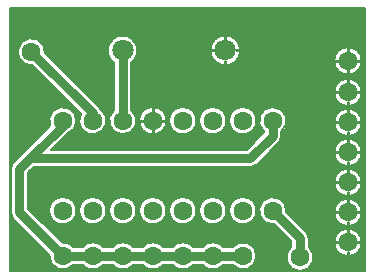
<source format=gbl>
G04 Layer: BottomLayer*
G04 EasyEDA Pro v2.2.39.2, 2025-06-16 16:20:03*
G04 Gerber Generator version 0.3*
G04 Scale: 100 percent, Rotated: No, Reflected: No*
G04 Dimensions in millimeters*
G04 Leading zeros omitted, absolute positions, 4 integers and 5 decimals*
G04 Generated by one-click*
%FSLAX45Y45*%
%MOMM*%
%ADD10C,0.2032*%
%ADD11C,0.254*%
%ADD12C,1.6*%
%ADD13C,1.8*%
%ADD14C,0.76*%
%ADD15C,0.6687*%
G75*


G04 Copper Start*
G36*
G01X2796286Y370586D02*
G01X2796286Y-1856486D01*
G01X-205486Y-1856486D01*
G01X-205486Y-1358900D01*
G01X-200814Y-1358900D01*
G01X-199396Y-1373300D01*
G01X-195195Y-1387147D01*
G01X-188374Y-1399909D01*
G01X-179194Y-1411094D01*
G01X126001Y-1716290D01*
G01X125928Y-1737313D01*
G01X129658Y-1758003D01*
G01X137065Y-1777678D01*
G01X147908Y-1795690D01*
G01X161828Y-1811444D01*
G01X178367Y-1824423D01*
G01X196980Y-1834198D01*
G01X217053Y-1840447D01*
G01X237925Y-1842965D01*
G01X258908Y-1841668D01*
G01X279312Y-1836598D01*
G01X298462Y-1827924D01*
G01X315729Y-1815931D01*
G01X330543Y-1801014D01*
G01X406057Y-1801014D01*
G01X420355Y-1815496D01*
G01X436968Y-1827251D01*
G01X455381Y-1835917D01*
G01X475028Y-1841226D01*
G01X495300Y-1843014D01*
G01X515572Y-1841226D01*
G01X535219Y-1835917D01*
G01X553632Y-1827251D01*
G01X570245Y-1815496D01*
G01X584543Y-1801014D01*
G01X660057Y-1801014D01*
G01X674355Y-1815496D01*
G01X690968Y-1827251D01*
G01X709381Y-1835917D01*
G01X729028Y-1841226D01*
G01X749300Y-1843014D01*
G01X769572Y-1841226D01*
G01X789219Y-1835917D01*
G01X807632Y-1827251D01*
G01X824245Y-1815496D01*
G01X838543Y-1801014D01*
G01X914057Y-1801014D01*
G01X928355Y-1815496D01*
G01X944968Y-1827251D01*
G01X963381Y-1835917D01*
G01X983028Y-1841226D01*
G01X1003300Y-1843014D01*
G01X1023572Y-1841226D01*
G01X1043219Y-1835917D01*
G01X1061632Y-1827251D01*
G01X1078245Y-1815496D01*
G01X1092543Y-1801014D01*
G01X1168057Y-1801014D01*
G01X1182355Y-1815496D01*
G01X1198968Y-1827251D01*
G01X1217381Y-1835917D01*
G01X1237028Y-1841226D01*
G01X1257300Y-1843014D01*
G01X1277572Y-1841226D01*
G01X1297219Y-1835917D01*
G01X1315632Y-1827251D01*
G01X1332245Y-1815496D01*
G01X1346543Y-1801014D01*
G01X1422057Y-1801014D01*
G01X1436355Y-1815496D01*
G01X1452968Y-1827251D01*
G01X1471381Y-1835917D01*
G01X1491028Y-1841226D01*
G01X1511300Y-1843014D01*
G01X1531572Y-1841226D01*
G01X1551219Y-1835917D01*
G01X1569632Y-1827251D01*
G01X1586245Y-1815496D01*
G01X1600543Y-1801014D01*
G01X1676057Y-1801014D01*
G01X1690275Y-1815428D01*
G01X1706786Y-1827145D01*
G01X1725085Y-1835808D01*
G01X1744613Y-1841151D01*
G01X1764773Y-1843013D01*
G01X1784949Y-1841335D01*
G01X1804525Y-1836169D01*
G01X1822903Y-1827673D01*
G01X1839519Y-1816107D01*
G01X1853868Y-1801823D01*
G01X1865510Y-1785259D01*
G01X1874089Y-1766921D01*
G01X1879344Y-1747369D01*
G01X1881114Y-1727200D01*
G01X1879344Y-1707031D01*
G01X1874089Y-1687479D01*
G01X1865510Y-1669141D01*
G01X1853868Y-1652577D01*
G01X1839519Y-1638293D01*
G01X1822903Y-1626727D01*
G01X1804525Y-1618231D01*
G01X1784949Y-1613065D01*
G01X1764773Y-1611387D01*
G01X1744613Y-1613249D01*
G01X1725085Y-1618592D01*
G01X1706786Y-1627255D01*
G01X1690275Y-1638972D01*
G01X1676057Y-1653386D01*
G01X1600543Y-1653386D01*
G01X1586245Y-1638904D01*
G01X1569632Y-1627149D01*
G01X1551219Y-1618483D01*
G01X1531572Y-1613174D01*
G01X1511300Y-1611386D01*
G01X1491028Y-1613174D01*
G01X1471381Y-1618483D01*
G01X1452968Y-1627149D01*
G01X1436355Y-1638904D01*
G01X1422057Y-1653386D01*
G01X1346543Y-1653386D01*
G01X1332245Y-1638904D01*
G01X1315632Y-1627149D01*
G01X1297219Y-1618483D01*
G01X1277572Y-1613174D01*
G01X1257300Y-1611386D01*
G01X1237028Y-1613174D01*
G01X1217381Y-1618483D01*
G01X1198968Y-1627149D01*
G01X1182355Y-1638904D01*
G01X1168057Y-1653386D01*
G01X1092543Y-1653386D01*
G01X1078245Y-1638904D01*
G01X1061632Y-1627149D01*
G01X1043219Y-1618483D01*
G01X1023572Y-1613174D01*
G01X1003300Y-1611386D01*
G01X983028Y-1613174D01*
G01X963381Y-1618483D01*
G01X944968Y-1627149D01*
G01X928355Y-1638904D01*
G01X914057Y-1653386D01*
G01X838543Y-1653386D01*
G01X824245Y-1638904D01*
G01X807632Y-1627149D01*
G01X789219Y-1618483D01*
G01X769572Y-1613174D01*
G01X749300Y-1611386D01*
G01X729028Y-1613174D01*
G01X709381Y-1618483D01*
G01X690968Y-1627149D01*
G01X674355Y-1638904D01*
G01X660057Y-1653386D01*
G01X584543Y-1653386D01*
G01X570245Y-1638904D01*
G01X553632Y-1627149D01*
G01X535219Y-1618483D01*
G01X515572Y-1613174D01*
G01X495300Y-1611386D01*
G01X475028Y-1613174D01*
G01X455381Y-1618483D01*
G01X436968Y-1627149D01*
G01X420355Y-1638904D01*
G01X406057Y-1653386D01*
G01X330543Y-1653386D01*
G01X317439Y-1639932D01*
G01X302332Y-1628773D01*
G01X285620Y-1620202D01*
G01X267743Y-1614445D01*
G01X249170Y-1611654D01*
G01X230390Y-1611901D01*
G01X-47658Y-1333853D01*
G01X124634Y-1333853D01*
G01X124634Y-1355225D01*
G01X128561Y-1376233D01*
G01X136282Y-1396162D01*
G01X147532Y-1414332D01*
G01X161931Y-1430126D01*
G01X178986Y-1443006D01*
G01X198117Y-1452532D01*
G01X218673Y-1458381D01*
G01X239954Y-1460353D01*
G01X239954Y-1460353D01*
G01X261235Y-1458381D01*
G01X281791Y-1452532D01*
G01X300922Y-1443006D01*
G01X317977Y-1430126D01*
G01X332375Y-1414332D01*
G01X343626Y-1396162D01*
G01X351347Y-1376233D01*
G01X355274Y-1355225D01*
G01X355274Y-1333853D01*
G01X355274Y-1333853D01*
G01X378634Y-1333853D01*
G01X378634Y-1355225D01*
G01X382561Y-1376233D01*
G01X390282Y-1396162D01*
G01X401532Y-1414332D01*
G01X415931Y-1430126D01*
G01X432986Y-1443006D01*
G01X452117Y-1452532D01*
G01X472673Y-1458381D01*
G01X493954Y-1460353D01*
G01X493954Y-1460353D01*
G01X515235Y-1458381D01*
G01X535791Y-1452532D01*
G01X554922Y-1443006D01*
G01X571977Y-1430126D01*
G01X586375Y-1414332D01*
G01X597626Y-1396162D01*
G01X605347Y-1376233D01*
G01X609274Y-1355225D01*
G01X609274Y-1333853D01*
G01X609274Y-1333853D01*
G01X632634Y-1333853D01*
G01X632634Y-1355225D01*
G01X636561Y-1376233D01*
G01X644282Y-1396162D01*
G01X655532Y-1414332D01*
G01X669931Y-1430126D01*
G01X686986Y-1443006D01*
G01X706117Y-1452532D01*
G01X726673Y-1458381D01*
G01X747954Y-1460353D01*
G01X747954Y-1460353D01*
G01X769235Y-1458381D01*
G01X789791Y-1452532D01*
G01X808922Y-1443006D01*
G01X825977Y-1430126D01*
G01X840375Y-1414332D01*
G01X851626Y-1396162D01*
G01X859347Y-1376233D01*
G01X863274Y-1355225D01*
G01X863274Y-1333853D01*
G01X863274Y-1333853D01*
G01X886634Y-1333853D01*
G01X886634Y-1355225D01*
G01X890561Y-1376233D01*
G01X898282Y-1396162D01*
G01X909532Y-1414332D01*
G01X923931Y-1430126D01*
G01X940986Y-1443006D01*
G01X960117Y-1452532D01*
G01X980673Y-1458381D01*
G01X1001954Y-1460353D01*
G01X1001954Y-1460353D01*
G01X1023235Y-1458381D01*
G01X1043791Y-1452532D01*
G01X1062922Y-1443006D01*
G01X1079977Y-1430126D01*
G01X1094375Y-1414332D01*
G01X1105626Y-1396162D01*
G01X1113347Y-1376233D01*
G01X1117274Y-1355225D01*
G01X1117274Y-1333853D01*
G01X1117274Y-1333853D01*
G01X1140634Y-1333853D01*
G01X1140634Y-1355225D01*
G01X1144561Y-1376233D01*
G01X1152282Y-1396162D01*
G01X1163532Y-1414332D01*
G01X1177931Y-1430126D01*
G01X1194986Y-1443006D01*
G01X1214117Y-1452532D01*
G01X1234673Y-1458381D01*
G01X1255954Y-1460353D01*
G01X1255954Y-1460353D01*
G01X1277235Y-1458381D01*
G01X1297791Y-1452532D01*
G01X1316922Y-1443006D01*
G01X1333977Y-1430126D01*
G01X1348375Y-1414332D01*
G01X1359626Y-1396162D01*
G01X1367347Y-1376233D01*
G01X1371274Y-1355225D01*
G01X1371274Y-1333853D01*
G01X1371274Y-1333853D01*
G01X1394634Y-1333853D01*
G01X1394634Y-1355225D01*
G01X1398561Y-1376233D01*
G01X1406282Y-1396162D01*
G01X1417532Y-1414332D01*
G01X1431931Y-1430126D01*
G01X1448986Y-1443006D01*
G01X1468117Y-1452532D01*
G01X1488673Y-1458381D01*
G01X1509954Y-1460353D01*
G01X1509954Y-1460353D01*
G01X1531235Y-1458381D01*
G01X1551791Y-1452532D01*
G01X1570922Y-1443006D01*
G01X1587977Y-1430126D01*
G01X1602375Y-1414332D01*
G01X1613626Y-1396162D01*
G01X1621347Y-1376233D01*
G01X1625274Y-1355225D01*
G01X1625274Y-1333853D01*
G01X1625274Y-1333853D01*
G01X1648634Y-1333853D01*
G01X1648634Y-1355225D01*
G01X1652561Y-1376233D01*
G01X1660282Y-1396162D01*
G01X1671532Y-1414332D01*
G01X1685931Y-1430126D01*
G01X1702986Y-1443006D01*
G01X1722117Y-1452532D01*
G01X1742673Y-1458381D01*
G01X1763954Y-1460353D01*
G01X1763954Y-1460353D01*
G01X1785235Y-1458381D01*
G01X1805791Y-1452532D01*
G01X1824922Y-1443006D01*
G01X1841977Y-1430126D01*
G01X1856375Y-1414332D01*
G01X1867626Y-1396162D01*
G01X1875347Y-1376233D01*
G01X1879274Y-1355225D01*
G01X1879274Y-1334678D01*
G01X1902560Y-1334678D01*
G01X1902607Y-1354924D01*
G01X1906178Y-1374853D01*
G01X1913165Y-1393855D01*
G01X1923354Y-1411350D01*
G01X1936434Y-1426803D01*
G01X1952006Y-1439743D01*
G01X1969593Y-1449772D01*
G01X1988658Y-1456586D01*
G01X2008618Y-1459976D01*
G01X2028864Y-1459838D01*
G01X2174086Y-1605060D01*
G01X2174086Y-1605060D01*
G01X2174086Y-1650657D01*
G01X2159672Y-1664875D01*
G01X2147955Y-1681386D01*
G01X2139292Y-1699685D01*
G01X2133949Y-1719213D01*
G01X2132087Y-1739373D01*
G01X2133765Y-1759549D01*
G01X2138931Y-1779125D01*
G01X2147427Y-1797503D01*
G01X2158993Y-1814119D01*
G01X2173277Y-1828468D01*
G01X2189841Y-1840110D01*
G01X2208179Y-1848689D01*
G01X2227731Y-1853944D01*
G01X2247900Y-1855714D01*
G01X2268069Y-1853944D01*
G01X2287621Y-1848689D01*
G01X2305959Y-1840110D01*
G01X2322523Y-1828468D01*
G01X2336807Y-1814119D01*
G01X2348373Y-1797503D01*
G01X2356869Y-1779125D01*
G01X2362035Y-1759549D01*
G01X2363713Y-1739373D01*
G01X2361851Y-1719213D01*
G01X2356508Y-1699685D01*
G01X2347845Y-1681386D01*
G01X2336128Y-1664875D01*
G01X2321714Y-1650657D01*
G01X2321714Y-1602214D01*
G01X2538980Y-1602214D01*
G01X2538980Y-1623586D01*
G01X2542907Y-1644594D01*
G01X2550628Y-1664523D01*
G01X2561878Y-1682694D01*
G01X2576277Y-1698488D01*
G01X2593332Y-1711367D01*
G01X2612463Y-1720893D01*
G01X2633019Y-1726742D01*
G01X2654300Y-1728714D01*
G01X2654300Y-1728714D01*
G01X2675581Y-1726742D01*
G01X2696137Y-1720893D01*
G01X2715268Y-1711367D01*
G01X2732323Y-1698488D01*
G01X2746722Y-1682694D01*
G01X2757972Y-1664523D01*
G01X2765693Y-1644594D01*
G01X2769620Y-1623586D01*
G01X2769620Y-1602214D01*
G01X2765693Y-1581206D01*
G01X2757972Y-1561277D01*
G01X2746722Y-1543106D01*
G01X2732323Y-1527312D01*
G01X2715268Y-1514433D01*
G01X2696137Y-1504907D01*
G01X2675581Y-1499058D01*
G01X2654300Y-1497086D01*
G01X2633019Y-1499058D01*
G01X2612463Y-1504907D01*
G01X2593332Y-1514433D01*
G01X2576277Y-1527312D01*
G01X2561878Y-1543106D01*
G01X2550628Y-1561277D01*
G01X2542907Y-1581206D01*
G01X2538980Y-1602214D01*
G01X2321714Y-1602214D01*
G01X2321714Y-1574485D01*
G01X2320296Y-1560085D01*
G01X2316095Y-1546238D01*
G01X2309274Y-1533476D01*
G01X2300094Y-1522291D01*
G01X2133253Y-1355449D01*
G01X2133302Y-1348214D01*
G01X2538980Y-1348214D01*
G01X2538980Y-1369586D01*
G01X2542907Y-1390594D01*
G01X2550628Y-1410523D01*
G01X2561878Y-1428694D01*
G01X2576277Y-1444488D01*
G01X2593332Y-1457367D01*
G01X2612463Y-1466893D01*
G01X2633019Y-1472742D01*
G01X2654300Y-1474714D01*
G01X2654300Y-1474714D01*
G01X2675581Y-1472742D01*
G01X2696137Y-1466893D01*
G01X2715268Y-1457367D01*
G01X2732323Y-1444488D01*
G01X2746722Y-1428694D01*
G01X2757972Y-1410523D01*
G01X2765693Y-1390594D01*
G01X2769620Y-1369586D01*
G01X2769620Y-1348214D01*
G01X2765693Y-1327206D01*
G01X2757972Y-1307277D01*
G01X2746722Y-1289106D01*
G01X2732323Y-1273312D01*
G01X2715268Y-1260433D01*
G01X2696137Y-1250907D01*
G01X2675581Y-1245058D01*
G01X2654300Y-1243086D01*
G01X2633019Y-1245058D01*
G01X2612463Y-1250907D01*
G01X2593332Y-1260433D01*
G01X2576277Y-1273312D01*
G01X2561878Y-1289106D01*
G01X2550628Y-1307277D01*
G01X2542907Y-1327206D01*
G01X2538980Y-1348214D01*
G01X2133302Y-1348214D01*
G01X2133391Y-1335203D01*
G01X2130001Y-1315243D01*
G01X2123187Y-1296178D01*
G01X2113157Y-1278591D01*
G01X2100218Y-1263019D01*
G01X2084765Y-1249939D01*
G01X2067270Y-1239750D01*
G01X2048268Y-1232763D01*
G01X2028339Y-1229192D01*
G01X2008093Y-1229146D01*
G01X1988149Y-1232626D01*
G01X1969115Y-1239526D01*
G01X1951574Y-1249636D01*
G01X1936061Y-1262646D01*
G01X1923051Y-1278159D01*
G01X1912941Y-1295700D01*
G01X1906041Y-1314734D01*
G01X1902560Y-1334678D01*
G01X1879274Y-1334678D01*
G01X1879274Y-1333853D01*
G01X1875347Y-1312845D01*
G01X1867626Y-1292916D01*
G01X1856375Y-1274745D01*
G01X1841977Y-1258951D01*
G01X1824922Y-1246072D01*
G01X1805791Y-1236546D01*
G01X1785235Y-1230697D01*
G01X1763954Y-1228725D01*
G01X1742673Y-1230697D01*
G01X1722117Y-1236546D01*
G01X1702986Y-1246072D01*
G01X1685931Y-1258951D01*
G01X1671532Y-1274745D01*
G01X1660282Y-1292916D01*
G01X1652561Y-1312845D01*
G01X1648634Y-1333853D01*
G01X1625274Y-1333853D01*
G01X1621347Y-1312845D01*
G01X1613626Y-1292916D01*
G01X1602375Y-1274745D01*
G01X1587977Y-1258951D01*
G01X1570922Y-1246072D01*
G01X1551791Y-1236546D01*
G01X1531235Y-1230697D01*
G01X1509954Y-1228725D01*
G01X1488673Y-1230697D01*
G01X1468117Y-1236546D01*
G01X1448986Y-1246072D01*
G01X1431931Y-1258951D01*
G01X1417532Y-1274745D01*
G01X1406282Y-1292916D01*
G01X1398561Y-1312845D01*
G01X1394634Y-1333853D01*
G01X1371274Y-1333853D01*
G01X1367347Y-1312845D01*
G01X1359626Y-1292916D01*
G01X1348375Y-1274745D01*
G01X1333977Y-1258951D01*
G01X1316922Y-1246072D01*
G01X1297791Y-1236546D01*
G01X1277235Y-1230697D01*
G01X1255954Y-1228725D01*
G01X1234673Y-1230697D01*
G01X1214117Y-1236546D01*
G01X1194986Y-1246072D01*
G01X1177931Y-1258951D01*
G01X1163532Y-1274745D01*
G01X1152282Y-1292916D01*
G01X1144561Y-1312845D01*
G01X1140634Y-1333853D01*
G01X1117274Y-1333853D01*
G01X1113347Y-1312845D01*
G01X1105626Y-1292916D01*
G01X1094375Y-1274745D01*
G01X1079977Y-1258951D01*
G01X1062922Y-1246072D01*
G01X1043791Y-1236546D01*
G01X1023235Y-1230697D01*
G01X1001954Y-1228725D01*
G01X980673Y-1230697D01*
G01X960117Y-1236546D01*
G01X940986Y-1246072D01*
G01X923931Y-1258951D01*
G01X909532Y-1274745D01*
G01X898282Y-1292916D01*
G01X890561Y-1312845D01*
G01X886634Y-1333853D01*
G01X863274Y-1333853D01*
G01X859347Y-1312845D01*
G01X851626Y-1292916D01*
G01X840375Y-1274745D01*
G01X825977Y-1258951D01*
G01X808922Y-1246072D01*
G01X789791Y-1236546D01*
G01X769235Y-1230697D01*
G01X747954Y-1228725D01*
G01X726673Y-1230697D01*
G01X706117Y-1236546D01*
G01X686986Y-1246072D01*
G01X669931Y-1258951D01*
G01X655532Y-1274745D01*
G01X644282Y-1292916D01*
G01X636561Y-1312845D01*
G01X632634Y-1333853D01*
G01X609274Y-1333853D01*
G01X605347Y-1312845D01*
G01X597626Y-1292916D01*
G01X586375Y-1274745D01*
G01X571977Y-1258951D01*
G01X554922Y-1246072D01*
G01X535791Y-1236546D01*
G01X515235Y-1230697D01*
G01X493954Y-1228725D01*
G01X472673Y-1230697D01*
G01X452117Y-1236546D01*
G01X432986Y-1246072D01*
G01X415931Y-1258951D01*
G01X401532Y-1274745D01*
G01X390282Y-1292916D01*
G01X382561Y-1312845D01*
G01X378634Y-1333853D01*
G01X355274Y-1333853D01*
G01X351347Y-1312845D01*
G01X343626Y-1292916D01*
G01X332375Y-1274745D01*
G01X317977Y-1258951D01*
G01X300922Y-1246072D01*
G01X281791Y-1236546D01*
G01X261235Y-1230697D01*
G01X239954Y-1228725D01*
G01X218673Y-1230697D01*
G01X198117Y-1236546D01*
G01X178986Y-1246072D01*
G01X161931Y-1258951D01*
G01X147532Y-1274745D01*
G01X136282Y-1292916D01*
G01X128561Y-1312845D01*
G01X124634Y-1333853D01*
G01X-47658Y-1333853D01*
G01X-53186Y-1328325D01*
G01X-53186Y-1094214D01*
G01X2538980Y-1094214D01*
G01X2538980Y-1115586D01*
G01X2542907Y-1136594D01*
G01X2550628Y-1156523D01*
G01X2561878Y-1174694D01*
G01X2576277Y-1190488D01*
G01X2593332Y-1203367D01*
G01X2612463Y-1212893D01*
G01X2633019Y-1218742D01*
G01X2654300Y-1220714D01*
G01X2654300Y-1220714D01*
G01X2675581Y-1218742D01*
G01X2696137Y-1212893D01*
G01X2715268Y-1203367D01*
G01X2732323Y-1190488D01*
G01X2746722Y-1174694D01*
G01X2757972Y-1156523D01*
G01X2765693Y-1136594D01*
G01X2769620Y-1115586D01*
G01X2769620Y-1094214D01*
G01X2765693Y-1073206D01*
G01X2757972Y-1053277D01*
G01X2746722Y-1035106D01*
G01X2732323Y-1019312D01*
G01X2715268Y-1006433D01*
G01X2696137Y-996907D01*
G01X2675581Y-991058D01*
G01X2654300Y-989086D01*
G01X2633019Y-991058D01*
G01X2612463Y-996907D01*
G01X2593332Y-1006433D01*
G01X2576277Y-1019312D01*
G01X2561878Y-1035106D01*
G01X2550628Y-1053277D01*
G01X2542907Y-1073206D01*
G01X2538980Y-1094214D01*
G01X-53186Y-1094214D01*
G01X-53186Y-1021175D01*
G01X-7525Y-975514D01*
G01X1828800Y-975514D01*
G01X1843200Y-974096D01*
G01X1857047Y-969895D01*
G01X1869809Y-963074D01*
G01X1880994Y-953894D01*
G01X1994675Y-840214D01*
G01X2538980Y-840214D01*
G01X2538980Y-861586D01*
G01X2542907Y-882594D01*
G01X2550628Y-902523D01*
G01X2561878Y-920694D01*
G01X2576277Y-936488D01*
G01X2593332Y-949367D01*
G01X2612463Y-958893D01*
G01X2633019Y-964742D01*
G01X2654300Y-966714D01*
G01X2654300Y-966714D01*
G01X2675581Y-964742D01*
G01X2696137Y-958893D01*
G01X2715268Y-949367D01*
G01X2732323Y-936488D01*
G01X2746722Y-920694D01*
G01X2757972Y-902523D01*
G01X2765693Y-882594D01*
G01X2769620Y-861586D01*
G01X2769620Y-840214D01*
G01X2765693Y-819206D01*
G01X2757972Y-799277D01*
G01X2746722Y-781106D01*
G01X2732323Y-765312D01*
G01X2715268Y-752433D01*
G01X2696137Y-742907D01*
G01X2675581Y-737058D01*
G01X2654300Y-735086D01*
G01X2633019Y-737058D01*
G01X2612463Y-742907D01*
G01X2593332Y-752433D01*
G01X2576277Y-765312D01*
G01X2561878Y-781106D01*
G01X2550628Y-799277D01*
G01X2542907Y-819206D01*
G01X2538980Y-840214D01*
G01X1994675Y-840214D01*
G01X2070148Y-764741D01*
G01X2079328Y-753555D01*
G01X2086149Y-740794D01*
G01X2090350Y-726947D01*
G01X2091768Y-712546D01*
G01X2091768Y-671782D01*
G01X2106181Y-657564D01*
G01X2117898Y-641053D01*
G01X2126561Y-622754D01*
G01X2131905Y-603226D01*
G01X2133476Y-586214D01*
G01X2538980Y-586214D01*
G01X2538980Y-607586D01*
G01X2542907Y-628594D01*
G01X2550628Y-648523D01*
G01X2561878Y-666694D01*
G01X2576277Y-682488D01*
G01X2593332Y-695367D01*
G01X2612463Y-704893D01*
G01X2633019Y-710742D01*
G01X2654300Y-712714D01*
G01X2654300Y-712714D01*
G01X2675581Y-710742D01*
G01X2696137Y-704893D01*
G01X2715268Y-695367D01*
G01X2732323Y-682488D01*
G01X2746722Y-666694D01*
G01X2757972Y-648523D01*
G01X2765693Y-628594D01*
G01X2769620Y-607586D01*
G01X2769620Y-586214D01*
G01X2765693Y-565206D01*
G01X2757972Y-545277D01*
G01X2746722Y-527106D01*
G01X2732323Y-511312D01*
G01X2715268Y-498433D01*
G01X2696137Y-488907D01*
G01X2675581Y-483058D01*
G01X2654300Y-481086D01*
G01X2633019Y-483058D01*
G01X2612463Y-488907D01*
G01X2593332Y-498433D01*
G01X2576277Y-511312D01*
G01X2561878Y-527106D01*
G01X2550628Y-545277D01*
G01X2542907Y-565206D01*
G01X2538980Y-586214D01*
G01X2133476Y-586214D01*
G01X2133766Y-583066D01*
G01X2132089Y-562889D01*
G01X2126923Y-543313D01*
G01X2118427Y-524936D01*
G01X2106860Y-508320D01*
G01X2092577Y-493971D01*
G01X2076013Y-482329D01*
G01X2057674Y-473750D01*
G01X2038122Y-468495D01*
G01X2017954Y-466725D01*
G01X1997785Y-468495D01*
G01X1978233Y-473750D01*
G01X1959895Y-482329D01*
G01X1943331Y-493971D01*
G01X1929047Y-508320D01*
G01X1917481Y-524936D01*
G01X1908985Y-543313D01*
G01X1903819Y-562889D01*
G01X1902141Y-583066D01*
G01X1904003Y-603226D01*
G01X1909346Y-622754D01*
G01X1918009Y-641053D01*
G01X1929726Y-657564D01*
G01X1944140Y-671782D01*
G01X1944140Y-681971D01*
G01X1798225Y-827886D01*
G01X140103Y-827886D01*
G01X275097Y-692892D01*
G01X294729Y-684581D01*
G01X312505Y-672812D01*
G01X327822Y-657984D01*
G01X340162Y-640600D01*
G01X349107Y-621249D01*
G01X354353Y-600585D01*
G01X355723Y-579311D01*
G01X353170Y-558146D01*
G01X346780Y-537807D01*
G01X336771Y-518984D01*
G01X323482Y-502314D01*
G01X307362Y-488363D01*
G01X288958Y-477603D01*
G01X268893Y-470399D01*
G01X247848Y-466994D01*
G01X226535Y-467505D01*
G01X205677Y-471913D01*
G01X185981Y-480070D01*
G01X168113Y-491699D01*
G01X152680Y-506406D01*
G01X140204Y-523693D01*
G01X131108Y-542974D01*
G01X125700Y-563595D01*
G01X124163Y-584859D01*
G01X126550Y-606043D01*
G01X132780Y-626431D01*
G01X-90294Y-849506D01*
G01X-90294Y-849506D01*
G01X-179194Y-938406D01*
G01X-188374Y-949591D01*
G01X-195195Y-962353D01*
G01X-199396Y-976200D01*
G01X-200814Y-990600D01*
G01X-200814Y-1358900D01*
G01X-205486Y-1358900D01*
G01X-205486Y9861D01*
G01X-140793Y9861D01*
G01X-140747Y-10385D01*
G01X-137176Y-30314D01*
G01X-130189Y-49316D01*
G01X-120000Y-66811D01*
G01X-106919Y-82265D01*
G01X-91348Y-95204D01*
G01X-73761Y-105234D01*
G01X-54696Y-112047D01*
G01X-34735Y-115437D01*
G01X-14490Y-115299D01*
G01X394093Y-523882D01*
G01X385284Y-542494D01*
G01X379909Y-562371D01*
G01X378140Y-582886D01*
G01X380033Y-603391D01*
G01X385526Y-623236D01*
G01X394447Y-641794D01*
G01X406513Y-658480D01*
G01X421344Y-672764D01*
G01X438470Y-684197D01*
G01X457350Y-692416D01*
G01X477387Y-697162D01*
G01X497947Y-698284D01*
G01X518382Y-695747D01*
G01X518382Y-695747D01*
G01X538044Y-689632D01*
G01X556313Y-680131D01*
G01X572610Y-667545D01*
G01X586421Y-652272D01*
G01X597308Y-634795D01*
G01X604929Y-615666D01*
G01X609041Y-595489D01*
G01X609516Y-574903D01*
G01X606337Y-554559D01*
G01X599606Y-535099D01*
G01X589534Y-517138D01*
G01X576442Y-501246D01*
G01X560741Y-487922D01*
G01X554344Y-476909D01*
G01X546148Y-467159D01*
G01X89899Y-10910D01*
G01X90005Y4669D01*
G01X620542Y4669D01*
G01X623997Y-17631D01*
G01X631379Y-38956D01*
G01X642453Y-58619D01*
G01X656861Y-75988D01*
G01X674140Y-90503D01*
G01X674140Y-493296D01*
G01X659726Y-507514D01*
G01X648009Y-524025D01*
G01X639346Y-542324D01*
G01X634003Y-561852D01*
G01X632141Y-582012D01*
G01X633819Y-602188D01*
G01X638985Y-621764D01*
G01X647481Y-640141D01*
G01X659047Y-656758D01*
G01X673331Y-671107D01*
G01X689895Y-682749D01*
G01X708233Y-691328D01*
G01X727785Y-696583D01*
G01X747954Y-698353D01*
G01X747954Y-698353D01*
G01X768122Y-696583D01*
G01X787674Y-691328D01*
G01X806013Y-682749D01*
G01X822577Y-671107D01*
G01X836860Y-656758D01*
G01X848427Y-640141D01*
G01X856923Y-621764D01*
G01X862089Y-602188D01*
G01X863766Y-582012D01*
G01X862828Y-571853D01*
G01X886634Y-571853D01*
G01X886634Y-593225D01*
G01X890561Y-614233D01*
G01X898282Y-634162D01*
G01X909532Y-652332D01*
G01X923931Y-668126D01*
G01X940986Y-681006D01*
G01X960117Y-690532D01*
G01X980673Y-696381D01*
G01X1001954Y-698353D01*
G01X1001954Y-698353D01*
G01X1023235Y-696381D01*
G01X1043791Y-690532D01*
G01X1062922Y-681006D01*
G01X1079977Y-668126D01*
G01X1094375Y-652332D01*
G01X1105626Y-634162D01*
G01X1113347Y-614233D01*
G01X1117274Y-593225D01*
G01X1117274Y-571853D01*
G01X1117274Y-571853D01*
G01X1140634Y-571853D01*
G01X1140634Y-593225D01*
G01X1144561Y-614233D01*
G01X1152282Y-634162D01*
G01X1163532Y-652332D01*
G01X1177931Y-668126D01*
G01X1194986Y-681006D01*
G01X1214117Y-690532D01*
G01X1234673Y-696381D01*
G01X1255954Y-698353D01*
G01X1255954Y-698353D01*
G01X1277235Y-696381D01*
G01X1297791Y-690532D01*
G01X1316922Y-681006D01*
G01X1333977Y-668126D01*
G01X1348375Y-652332D01*
G01X1359626Y-634162D01*
G01X1367347Y-614233D01*
G01X1371274Y-593225D01*
G01X1371274Y-571853D01*
G01X1371274Y-571853D01*
G01X1394634Y-571853D01*
G01X1394634Y-593225D01*
G01X1398561Y-614233D01*
G01X1406282Y-634162D01*
G01X1417532Y-652332D01*
G01X1431931Y-668126D01*
G01X1448986Y-681006D01*
G01X1468117Y-690532D01*
G01X1488673Y-696381D01*
G01X1509954Y-698353D01*
G01X1509954Y-698353D01*
G01X1531235Y-696381D01*
G01X1551791Y-690532D01*
G01X1570922Y-681006D01*
G01X1587977Y-668126D01*
G01X1602375Y-652332D01*
G01X1613626Y-634162D01*
G01X1621347Y-614233D01*
G01X1625274Y-593225D01*
G01X1625274Y-571853D01*
G01X1625274Y-571853D01*
G01X1648634Y-571853D01*
G01X1648634Y-593225D01*
G01X1652561Y-614233D01*
G01X1660282Y-634162D01*
G01X1671532Y-652332D01*
G01X1685931Y-668126D01*
G01X1702986Y-681006D01*
G01X1722117Y-690532D01*
G01X1742673Y-696381D01*
G01X1763954Y-698353D01*
G01X1763954Y-698353D01*
G01X1785235Y-696381D01*
G01X1805791Y-690532D01*
G01X1824922Y-681006D01*
G01X1841977Y-668126D01*
G01X1856375Y-652332D01*
G01X1867626Y-634162D01*
G01X1875347Y-614233D01*
G01X1879274Y-593225D01*
G01X1879274Y-571853D01*
G01X1875347Y-550845D01*
G01X1867626Y-530916D01*
G01X1856375Y-512745D01*
G01X1841977Y-496951D01*
G01X1824922Y-484072D01*
G01X1805791Y-474546D01*
G01X1785235Y-468697D01*
G01X1763954Y-466725D01*
G01X1742673Y-468697D01*
G01X1722117Y-474546D01*
G01X1702986Y-484072D01*
G01X1685931Y-496951D01*
G01X1671532Y-512745D01*
G01X1660282Y-530916D01*
G01X1652561Y-550845D01*
G01X1648634Y-571853D01*
G01X1625274Y-571853D01*
G01X1621347Y-550845D01*
G01X1613626Y-530916D01*
G01X1602375Y-512745D01*
G01X1587977Y-496951D01*
G01X1570922Y-484072D01*
G01X1551791Y-474546D01*
G01X1531235Y-468697D01*
G01X1509954Y-466725D01*
G01X1488673Y-468697D01*
G01X1468117Y-474546D01*
G01X1448986Y-484072D01*
G01X1431931Y-496951D01*
G01X1417532Y-512745D01*
G01X1406282Y-530916D01*
G01X1398561Y-550845D01*
G01X1394634Y-571853D01*
G01X1371274Y-571853D01*
G01X1367347Y-550845D01*
G01X1359626Y-530916D01*
G01X1348375Y-512745D01*
G01X1333977Y-496951D01*
G01X1316922Y-484072D01*
G01X1297791Y-474546D01*
G01X1277235Y-468697D01*
G01X1255954Y-466725D01*
G01X1234673Y-468697D01*
G01X1214117Y-474546D01*
G01X1194986Y-484072D01*
G01X1177931Y-496951D01*
G01X1163532Y-512745D01*
G01X1152282Y-530916D01*
G01X1144561Y-550845D01*
G01X1140634Y-571853D01*
G01X1117274Y-571853D01*
G01X1113347Y-550845D01*
G01X1105626Y-530916D01*
G01X1094375Y-512745D01*
G01X1079977Y-496951D01*
G01X1062922Y-484072D01*
G01X1043791Y-474546D01*
G01X1023235Y-468697D01*
G01X1001954Y-466725D01*
G01X980673Y-468697D01*
G01X960117Y-474546D01*
G01X940986Y-484072D01*
G01X923931Y-496951D01*
G01X909532Y-512745D01*
G01X898282Y-530916D01*
G01X890561Y-550845D01*
G01X886634Y-571853D01*
G01X862828Y-571853D01*
G01X861905Y-561852D01*
G01X856561Y-542324D01*
G01X847898Y-524025D01*
G01X836181Y-507514D01*
G01X821768Y-493296D01*
G01X821768Y-332214D01*
G01X2538980Y-332214D01*
G01X2538980Y-353586D01*
G01X2542907Y-374594D01*
G01X2550628Y-394523D01*
G01X2561878Y-412694D01*
G01X2576277Y-428488D01*
G01X2593332Y-441367D01*
G01X2612463Y-450893D01*
G01X2633019Y-456742D01*
G01X2654300Y-458714D01*
G01X2654300Y-458714D01*
G01X2675581Y-456742D01*
G01X2696137Y-450893D01*
G01X2715268Y-441367D01*
G01X2732323Y-428488D01*
G01X2746722Y-412694D01*
G01X2757972Y-394523D01*
G01X2765693Y-374594D01*
G01X2769620Y-353586D01*
G01X2769620Y-332214D01*
G01X2765693Y-311206D01*
G01X2757972Y-291277D01*
G01X2746722Y-273106D01*
G01X2732323Y-257312D01*
G01X2715268Y-244433D01*
G01X2696137Y-234907D01*
G01X2675581Y-229058D01*
G01X2654300Y-227086D01*
G01X2633019Y-229058D01*
G01X2612463Y-234907D01*
G01X2593332Y-244433D01*
G01X2576277Y-257312D01*
G01X2561878Y-273106D01*
G01X2550628Y-291277D01*
G01X2542907Y-311206D01*
G01X2538980Y-332214D01*
G01X821768Y-332214D01*
G01X821768Y-87816D01*
G01X838507Y-72681D01*
G01X852273Y-54800D01*
G01X862624Y-34747D01*
G01X869226Y-13167D01*
G01X871866Y9244D01*
G01X871650Y12700D01*
G01X1490287Y12700D01*
G01X1492198Y-9147D01*
G01X1497874Y-30331D01*
G01X1507142Y-50207D01*
G01X1519721Y-68172D01*
G01X1535229Y-83679D01*
G01X1553193Y-96258D01*
G01X1573070Y-105526D01*
G01X1594253Y-111202D01*
G01X1616100Y-113114D01*
G01X1637948Y-111202D01*
G01X1659131Y-105526D01*
G01X1679007Y-96258D01*
G01X1696972Y-83679D01*
G01X1704451Y-76200D01*
G01X2538486Y-76200D01*
G01X2540458Y-97481D01*
G01X2546307Y-118037D01*
G01X2555833Y-137168D01*
G01X2568712Y-154223D01*
G01X2584506Y-168622D01*
G01X2602677Y-179872D01*
G01X2622606Y-187593D01*
G01X2643614Y-191520D01*
G01X2664986Y-191520D01*
G01X2685994Y-187593D01*
G01X2705923Y-179872D01*
G01X2724094Y-168622D01*
G01X2739888Y-154223D01*
G01X2752767Y-137168D01*
G01X2762293Y-118037D01*
G01X2768142Y-97481D01*
G01X2770114Y-76200D01*
G01X2768142Y-54919D01*
G01X2762293Y-34363D01*
G01X2752767Y-15232D01*
G01X2739888Y1823D01*
G01X2724094Y16222D01*
G01X2705923Y27472D01*
G01X2685994Y35193D01*
G01X2664986Y39120D01*
G01X2643614Y39120D01*
G01X2622606Y35193D01*
G01X2602677Y27472D01*
G01X2584506Y16222D01*
G01X2568712Y1823D01*
G01X2555833Y-15232D01*
G01X2546307Y-34363D01*
G01X2540458Y-54919D01*
G01X2538486Y-76200D01*
G01X2538486Y-76200D01*
G01X1704451Y-76200D01*
G01X1712479Y-68172D01*
G01X1725058Y-50207D01*
G01X1734327Y-30331D01*
G01X1740003Y-9147D01*
G01X1741914Y12700D01*
G01X1740003Y34547D01*
G01X1734327Y55731D01*
G01X1725058Y75607D01*
G01X1712479Y93572D01*
G01X1696972Y109079D01*
G01X1679007Y121658D01*
G01X1659131Y130926D01*
G01X1637948Y136602D01*
G01X1616100Y138514D01*
G01X1594253Y136602D01*
G01X1573070Y130926D01*
G01X1553193Y121658D01*
G01X1535229Y109079D01*
G01X1519721Y93572D01*
G01X1507142Y75607D01*
G01X1497874Y55731D01*
G01X1492198Y34547D01*
G01X1490287Y12700D01*
G01X1490287Y12700D01*
G01X871650Y12700D01*
G01X870460Y31767D01*
G01X865053Y53677D01*
G01X855820Y74268D01*
G01X843056Y92878D01*
G01X827173Y108909D01*
G01X808682Y121845D01*
G01X788177Y131269D01*
G01X766319Y136879D01*
G01X743810Y138493D01*
G01X721374Y136060D01*
G01X699735Y129659D01*
G01X679587Y119495D01*
G01X661578Y105895D01*
G01X646289Y89297D01*
G01X634211Y70234D01*
G01X625733Y49320D01*
G01X621127Y27229D01*
G01X620542Y4669D01*
G01X90005Y4669D01*
G01X90037Y9335D01*
G01X86647Y29296D01*
G01X79834Y48361D01*
G01X69804Y65948D01*
G01X56865Y81519D01*
G01X41411Y94600D01*
G01X23916Y104789D01*
G01X4914Y111776D01*
G01X-15015Y115347D01*
G01X-35261Y115393D01*
G01X-55205Y111913D01*
G01X-74239Y105013D01*
G01X-91780Y94903D01*
G01X-107293Y81893D01*
G01X-120303Y66380D01*
G01X-130413Y48839D01*
G01X-137313Y29805D01*
G01X-140793Y9861D01*
G01X-205486Y9861D01*
G01X-205486Y370586D01*
G01X2796286Y370586D01*
G37*
G54D10*
G01X2796286Y370586D02*
G01X2796286Y-1856486D01*
G01X-205486Y-1856486D01*
G01X-205486Y370586D01*
G01X2796286Y370586D01*
G01X-90294Y-849506D02*
G01X-179194Y-938406D01*
G03X-200814Y-990600I52194J-52194D01*
G01X-200814Y-1358900D01*
G03X-179194Y-1411094I73814J0D01*
G01X126001Y-1716290D01*
G03X196980Y-1834198I115299J-10910D01*
G03X330543Y-1801014I44320J106998D01*
G01X406057Y-1801014D01*
G03X584543Y-1801014I89243J73814D01*
G01X660057Y-1801014D01*
G03X838543Y-1801014I89243J73814D01*
G01X914057Y-1801014D01*
G03X1092543Y-1801014I89243J73814D01*
G01X1168057Y-1801014D01*
G03X1346543Y-1801014I89243J73814D01*
G01X1422057Y-1801014D01*
G03X1600543Y-1801014I89243J73814D01*
G01X1676057Y-1801014D01*
G03X1881114Y-1727200I89243J73814D01*
G03X1676057Y-1653386I-115814J0D01*
G01X1600543Y-1653386D01*
G03X1422057Y-1653386I-89243J-73814D01*
G01X1346543Y-1653386D01*
G03X1168057Y-1653386I-89243J-73814D01*
G01X1092543Y-1653386D01*
G03X914057Y-1653386I-89243J-73814D01*
G01X838543Y-1653386D01*
G03X660057Y-1653386I-89243J-73814D01*
G01X584543Y-1653386D01*
G03X406057Y-1653386I-89243J-73814D01*
G01X330543Y-1653386D01*
G03X230390Y-1611901I-89243J-73814D01*
G01X-53186Y-1328325D01*
G01X-53186Y-1021175D01*
G01X-7525Y-975514D01*
G01X1828800Y-975514D01*
G03X1880994Y-953894I0J73814D01*
G01X2070148Y-764741D01*
G03X2091768Y-712546I-52194J52194D01*
G01X2091768Y-671782D01*
G03X2017954Y-466725I-73814J89243D01*
G03X1944140Y-671782I0J-115814D01*
G01X1944140Y-681971D01*
G01X1798225Y-827886D01*
G01X140103Y-827886D01*
G01X275097Y-692892D01*
G03X288958Y-477603I-35143J110353D01*
G03X132780Y-626431I-49004J-104936D01*
G01X-90294Y-849506D01*
G01X518382Y-695747D02*
G03X560741Y-487922I-24428J113208D01*
G03X546148Y-467159I-66788J-31431D01*
G01X89899Y-10910D01*
G03X-107293Y81893I-115299J10910D01*
G03X-14490Y-115299I81893J-81893D01*
G01X394093Y-523882D01*
G03X518382Y-695747I99861J-58657D01*
G01X239954Y-1460353D02*
G03X239954Y-1228725I0J115814D01*
G03X239954Y-1460353I0J-115814D01*
G01X493954Y-1460353D02*
G03X493954Y-1228725I0J115814D01*
G03X493954Y-1460353I0J-115814D01*
G01X747954Y-698353D02*
G03X821768Y-493296I0J115814D01*
G01X821768Y-87816D01*
G03X743810Y138493I-75668J100516D01*
G03X674140Y-90503I2290J-125793D01*
G01X674140Y-493296D01*
G03X747954Y-698353I73814J-89243D01*
G01X747954Y-1460353D02*
G03X747954Y-1228725I0J115814D01*
G03X747954Y-1460353I0J-115814D01*
G01X1001954Y-698353D02*
G03X1001954Y-466725I0J115814D01*
G03X1001954Y-698353I0J-115814D01*
G01X1001954Y-1460353D02*
G03X1001954Y-1228725I0J115814D01*
G03X1001954Y-1460353I0J-115814D01*
G01X1255954Y-698353D02*
G03X1255954Y-466725I0J115814D01*
G03X1255954Y-698353I0J-115814D01*
G01X1255954Y-1460353D02*
G03X1255954Y-1228725I0J115814D01*
G03X1255954Y-1460353I0J-115814D01*
G01X1509954Y-698353D02*
G03X1509954Y-466725I0J115814D01*
G03X1509954Y-698353I0J-115814D01*
G01X1509954Y-1460353D02*
G03X1509954Y-1228725I0J115814D01*
G03X1509954Y-1460353I0J-115814D01*
G01X1490287Y12700D02*
G03X1741914Y12700I125814J0D01*
G03X1490287Y12700I-125814J0D01*
G01X1763954Y-698353D02*
G03X1763954Y-466725I0J115814D01*
G03X1763954Y-698353I0J-115814D01*
G01X1763954Y-1460353D02*
G03X1763954Y-1228725I0J115814D01*
G03X1763954Y-1460353I0J-115814D01*
G01X2174086Y-1605060D02*
G01X2174086Y-1650657D01*
G03X2247900Y-1855714I73814J-89243D01*
G03X2321714Y-1650657I0J115814D01*
G01X2321714Y-1574485D01*
G03X2300094Y-1522291I-73814J0D01*
G01X2133253Y-1355449D01*
G03X1936061Y-1262646I-115299J10910D01*
G03X2028864Y-1459838I81893J-81893D01*
G01X2174086Y-1605060D01*
G01X2538486Y-76200D02*
G03X2770114Y-76200I115814J0D01*
G03X2538486Y-76200I-115814J0D01*
G01X2654300Y-458714D02*
G03X2654300Y-227086I0J115814D01*
G03X2654300Y-458714I0J-115814D01*
G01X2654300Y-712714D02*
G03X2654300Y-481086I0J115814D01*
G03X2654300Y-712714I0J-115814D01*
G01X2654300Y-1220714D02*
G03X2654300Y-989086I0J115814D01*
G03X2654300Y-1220714I0J-115814D01*
G01X2654300Y-1728714D02*
G03X2654300Y-1497086I0J115814D01*
G03X2654300Y-1728714I0J-115814D01*
G01X2654300Y-1474714D02*
G03X2654300Y-1243086I0J115814D01*
G03X2654300Y-1474714I0J-115814D01*
G01X2654300Y-966714D02*
G03X2654300Y-735086I0J115814D01*
G03X2654300Y-966714I0J-115814D01*
G54D11*
G01X1001954Y-662285D02*
G01X1001954Y-688193D01*
G01X1001954Y-502793D02*
G01X1001954Y-476885D01*
G01X922208Y-582539D02*
G01X896300Y-582539D01*
G01X1081700Y-582539D02*
G01X1107608Y-582539D01*
G01X1526355Y12700D02*
G01X1500447Y12700D01*
G01X1705846Y12700D02*
G01X1731754Y12700D01*
G01X1616100Y102446D02*
G01X1616100Y128354D01*
G01X1616100Y-77046D02*
G01X1616100Y-102954D01*
G01X2574554Y-76200D02*
G01X2548646Y-76200D01*
G01X2734046Y-76200D02*
G01X2759954Y-76200D01*
G01X2654300Y3546D02*
G01X2654300Y29454D01*
G01X2654300Y-155946D02*
G01X2654300Y-181854D01*
G01X2654300Y-422646D02*
G01X2654300Y-448554D01*
G01X2654300Y-263154D02*
G01X2654300Y-237246D01*
G01X2574554Y-342900D02*
G01X2548646Y-342900D01*
G01X2734046Y-342900D02*
G01X2759954Y-342900D01*
G01X2654300Y-676646D02*
G01X2654300Y-702554D01*
G01X2654300Y-517154D02*
G01X2654300Y-491246D01*
G01X2574554Y-596900D02*
G01X2548646Y-596900D01*
G01X2734046Y-596900D02*
G01X2759954Y-596900D01*
G01X2654300Y-930646D02*
G01X2654300Y-956554D01*
G01X2654300Y-771154D02*
G01X2654300Y-745246D01*
G01X2574554Y-850900D02*
G01X2548646Y-850900D01*
G01X2734046Y-850900D02*
G01X2759954Y-850900D01*
G01X2654300Y-1184646D02*
G01X2654300Y-1210554D01*
G01X2654300Y-1025154D02*
G01X2654300Y-999246D01*
G01X2574554Y-1104900D02*
G01X2548646Y-1104900D01*
G01X2734046Y-1104900D02*
G01X2759954Y-1104900D01*
G01X2654300Y-1438646D02*
G01X2654300Y-1464554D01*
G01X2654300Y-1279154D02*
G01X2654300Y-1253246D01*
G01X2574554Y-1358900D02*
G01X2548646Y-1358900D01*
G01X2734046Y-1358900D02*
G01X2759954Y-1358900D01*
G01X2654300Y-1692646D02*
G01X2654300Y-1718554D01*
G01X2654300Y-1533154D02*
G01X2654300Y-1507246D01*
G01X2574554Y-1612900D02*
G01X2548646Y-1612900D01*
G01X2734046Y-1612900D02*
G01X2759954Y-1612900D01*
G04 Copper End*

G04 Pad Start*
G54D12*
G01X2247900Y-1739900D03*
G01X241300Y-1727200D03*
G01X1511300Y-1727200D03*
G01X1257300Y-1727200D03*
G01X1003300Y-1727200D03*
G01X749300Y-1727200D03*
G01X495300Y-1727200D03*
G01X2654300Y-1612900D03*
G01X2654300Y-1358900D03*
G01X2654300Y-1104900D03*
G01X2654300Y-850900D03*
G01X2654300Y-596900D03*
G01X2654300Y-342900D03*
G01X-25400Y0D03*
G01X1765300Y-1727200D03*
G01X2654300Y-76200D03*
G54D13*
G01X746100Y12700D03*
G01X1616100Y12700D03*
G54D12*
G01X239954Y-1344539D03*
G01X493954Y-1344539D03*
G01X747954Y-1344539D03*
G01X1001954Y-1344539D03*
G01X1255954Y-1344539D03*
G01X1509954Y-1344539D03*
G01X1763954Y-1344539D03*
G01X2017954Y-1344539D03*
G01X2017954Y-582539D03*
G01X1763954Y-582539D03*
G01X1509954Y-582539D03*
G01X1255954Y-582539D03*
G01X1001954Y-582539D03*
G01X747954Y-582539D03*
G01X493954Y-582539D03*
G01X239954Y-582539D03*
G04 Pad End*

G04 Track Start*
G54D14*
G01X241300Y-1727200D02*
G01X495300Y-1727200D01*
G01X749300Y-1727200D01*
G01X1003300Y-1727200D01*
G01X1257300Y-1727200D01*
G01X1511300Y-1727200D01*
G01X493954Y-582539D02*
G01X493954Y-519354D01*
G01X-25400Y0D01*
G01X241300Y-1727200D02*
G01X-127000Y-1358900D01*
G01X239954Y-582539D02*
G01X239954Y-623646D01*
G01X-127000Y-1358900D02*
G01X-127000Y-990600D01*
G01X239954Y-623646D02*
G01X-38100Y-901700D01*
G01X-127000Y-990600D02*
G01X-38100Y-901700D01*
G01X2247900Y-1739900D02*
G01X2247900Y-1574485D01*
G01X2017954Y-1344539D01*
G01X1765300Y-1727200D02*
G01X1511300Y-1727200D01*
G01X-38100Y-901700D02*
G01X1828800Y-901700D01*
G01X2017954Y-712546D01*
G01X2017954Y-582539D01*
G01X747954Y10846D02*
G01X746100Y12700D01*
G01X747954Y-582539D02*
G01X747954Y10846D01*
G04 Track End*

M02*


</source>
